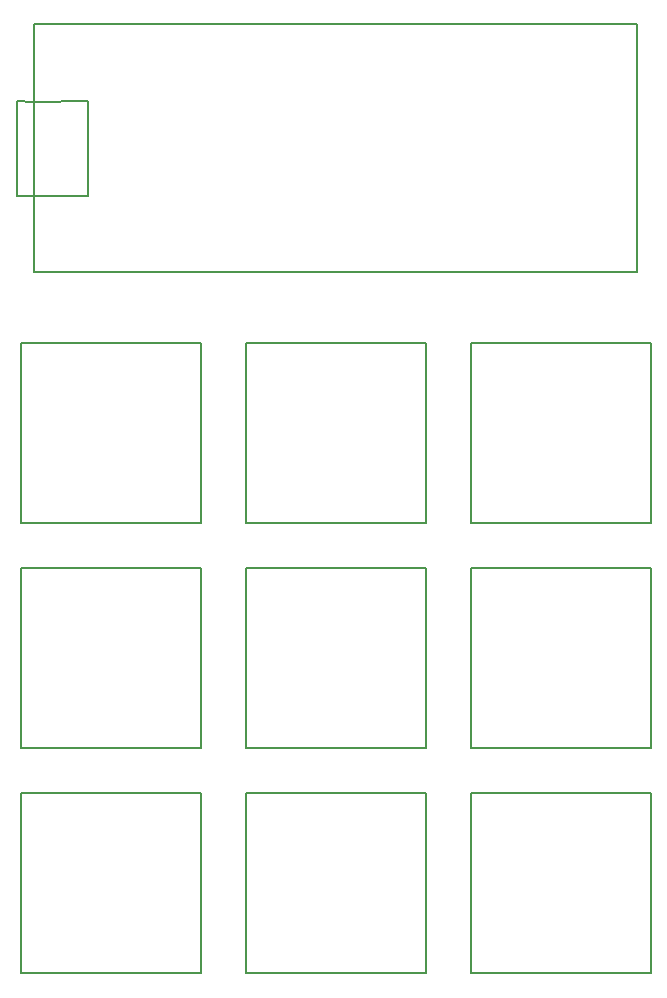
<source format=gbr>
G04 EAGLE Gerber RS-274X export*
G75*
%MOMM*%
%FSLAX34Y34*%
%LPD*%
%INSilkscreen Top*%
%IPPOS*%
%AMOC8*
5,1,8,0,0,1.08239X$1,22.5*%
G01*
%ADD10C,0.127000*%


D10*
X69100Y609944D02*
X221500Y609944D01*
X221500Y457544D01*
X69100Y457544D01*
X69100Y609944D01*
X69100Y419444D02*
X221500Y419444D01*
X221500Y267044D01*
X69100Y267044D01*
X69100Y419444D01*
X69100Y228944D02*
X221500Y228944D01*
X221500Y76544D01*
X69100Y76544D01*
X69100Y228944D01*
X259600Y228944D02*
X412000Y228944D01*
X412000Y76544D01*
X259600Y76544D01*
X259600Y228944D01*
X259600Y419444D02*
X412000Y419444D01*
X412000Y267044D01*
X259600Y267044D01*
X259600Y419444D01*
X259600Y609944D02*
X412000Y609944D01*
X412000Y457544D01*
X259600Y457544D01*
X259600Y609944D01*
X450100Y228944D02*
X602500Y228944D01*
X602500Y76544D01*
X450100Y76544D01*
X450100Y228944D01*
X450100Y419444D02*
X602500Y419444D01*
X602500Y267044D01*
X450100Y267044D01*
X450100Y419444D01*
X450100Y609944D02*
X602500Y609944D01*
X602500Y457544D01*
X450100Y457544D01*
X450100Y609944D01*
X80800Y670044D02*
X80800Y735044D01*
X80800Y814044D01*
X80800Y880044D01*
X590800Y880044D01*
X590800Y670044D01*
X80800Y670044D01*
X80800Y735044D02*
X65800Y735044D01*
X65800Y815044D01*
X80800Y814044D01*
X80800Y735044D02*
X125800Y735044D01*
X125800Y815044D01*
X80800Y814044D01*
M02*

</source>
